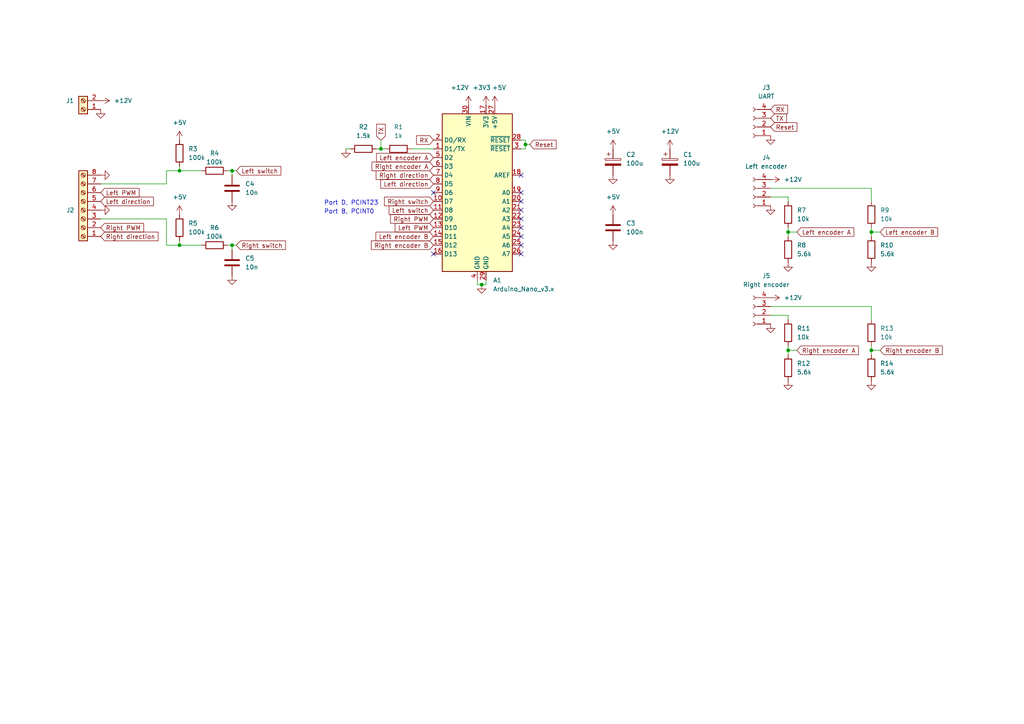
<source format=kicad_sch>
(kicad_sch (version 20211123) (generator eeschema)
  (paper "A4")
  (lib_symbols
    (symbol "Connector:Conn_01x04_Female" (pin_names (offset 1.016) hide)
      (property "Reference" "J" (at 0 5.08 0))
      (property "Value" "Conn_01x04_Female" (at 0 -7.62 0))
      (symbol "Conn_01x04_Female_1_1"
        (arc (start 0 -4.572) (mid -0.508 -5.08) (end 0 -5.588) (stroke (width 0.1524)))
        (arc (start 0 -2.032) (mid -0.508 -2.54) (end 0 -3.048) (stroke (width 0.1524)))
        (polyline (pts (xy -1.27 -5.08) (xy -0.508 -5.08)) (stroke (width 0.1524)))
        (polyline (pts (xy -1.27 -2.54) (xy -0.508 -2.54)) (stroke (width 0.1524)))
        (polyline (pts (xy -1.27 0) (xy -0.508 0)) (stroke (width 0.1524)))
        (polyline (pts (xy -1.27 2.54) (xy -0.508 2.54)) (stroke (width 0.1524)))
        (arc (start 0 0.508) (mid -0.508 0) (end 0 -0.508) (stroke (width 0.1524)))
        (arc (start 0 3.048) (mid -0.508 2.54) (end 0 2.032) (stroke (width 0.1524)))
        (pin passive line (at -5.08 2.54 0) (length 3.81) (name "Pin_1") (number "1"))
        (pin passive line (at -5.08 0 0) (length 3.81) (name "Pin_2") (number "2"))
        (pin passive line (at -5.08 -2.54 0) (length 3.81) (name "Pin_3") (number "3"))
        (pin passive line (at -5.08 -5.08 0) (length 3.81) (name "Pin_4") (number "4"))
      )
    )
    (symbol "Connector:Screw_Terminal_01x02" (pin_names (offset 1.016) hide)
      (property "Reference" "J" (at 0 2.54 0))
      (property "Value" "Screw_Terminal_01x02" (at 0 -5.08 0))
      (symbol "Screw_Terminal_01x02_1_1"
        (rectangle (start -1.27 1.27) (end 1.27 -3.81) (stroke (width 0.254)) (fill (type background)))
        (circle (center 0 -2.54) (radius 0.635) (stroke (width 0.1524)))
        (polyline (pts (xy -0.5334 -2.2098) (xy 0.3302 -3.048)) (stroke (width 0.1524)))
        (polyline (pts (xy -0.5334 0.3302) (xy 0.3302 -0.508)) (stroke (width 0.1524)))
        (polyline (pts (xy -0.3556 -2.032) (xy 0.508 -2.8702)) (stroke (width 0.1524)))
        (polyline (pts (xy -0.3556 0.508) (xy 0.508 -0.3302)) (stroke (width 0.1524)))
        (circle (center 0 0) (radius 0.635) (stroke (width 0.1524)))
        (pin passive line (at -5.08 0 0) (length 3.81) (name "Pin_1") (number "1"))
        (pin passive line (at -5.08 -2.54 0) (length 3.81) (name "Pin_2") (number "2"))
      )
    )
    (symbol "Connector:Screw_Terminal_01x08" (pin_names (offset 1.016) hide)
      (property "Reference" "J" (at 0 10.16 0))
      (property "Value" "Screw_Terminal_01x08" (at 0 -12.7 0))
      (symbol "Screw_Terminal_01x08_1_1"
        (rectangle (start -1.27 8.89) (end 1.27 -11.43) (stroke (width 0.254)) (fill (type background)))
        (circle (center 0 -10.16) (radius 0.635) (stroke (width 0.1524)))
        (circle (center 0 -7.62) (radius 0.635) (stroke (width 0.1524)))
        (circle (center 0 -5.08) (radius 0.635) (stroke (width 0.1524)))
        (circle (center 0 -2.54) (radius 0.635) (stroke (width 0.1524)))
        (polyline (pts (xy -0.5334 -9.8298) (xy 0.3302 -10.668)) (stroke (width 0.1524)))
        (polyline (pts (xy -0.5334 -7.2898) (xy 0.3302 -8.128)) (stroke (width 0.1524)))
        (polyline (pts (xy -0.5334 -4.7498) (xy 0.3302 -5.588)) (stroke (width 0.1524)))
        (polyline (pts (xy -0.5334 -2.2098) (xy 0.3302 -3.048)) (stroke (width 0.1524)))
        (polyline (pts (xy -0.5334 0.3302) (xy 0.3302 -0.508)) (stroke (width 0.1524)))
        (polyline (pts (xy -0.5334 2.8702) (xy 0.3302 2.032)) (stroke (width 0.1524)))
        (polyline (pts (xy -0.5334 5.4102) (xy 0.3302 4.572)) (stroke (width 0.1524)))
        (polyline (pts (xy -0.5334 7.9502) (xy 0.3302 7.112)) (stroke (width 0.1524)))
        (polyline (pts (xy -0.3556 -9.652) (xy 0.508 -10.4902)) (stroke (width 0.1524)))
        (polyline (pts (xy -0.3556 -7.112) (xy 0.508 -7.9502)) (stroke (width 0.1524)))
        (polyline (pts (xy -0.3556 -4.572) (xy 0.508 -5.4102)) (stroke (width 0.1524)))
        (polyline (pts (xy -0.3556 -2.032) (xy 0.508 -2.8702)) (stroke (width 0.1524)))
        (polyline (pts (xy -0.3556 0.508) (xy 0.508 -0.3302)) (stroke (width 0.1524)))
        (polyline (pts (xy -0.3556 3.048) (xy 0.508 2.2098)) (stroke (width 0.1524)))
        (polyline (pts (xy -0.3556 5.588) (xy 0.508 4.7498)) (stroke (width 0.1524)))
        (polyline (pts (xy -0.3556 8.128) (xy 0.508 7.2898)) (stroke (width 0.1524)))
        (circle (center 0 0) (radius 0.635) (stroke (width 0.1524)))
        (circle (center 0 2.54) (radius 0.635) (stroke (width 0.1524)))
        (circle (center 0 5.08) (radius 0.635) (stroke (width 0.1524)))
        (circle (center 0 7.62) (radius 0.635) (stroke (width 0.1524)))
        (pin passive line (at -5.08 7.62 0) (length 3.81) (name "Pin_1") (number "1"))
        (pin passive line (at -5.08 5.08 0) (length 3.81) (name "Pin_2") (number "2"))
        (pin passive line (at -5.08 2.54 0) (length 3.81) (name "Pin_3") (number "3"))
        (pin passive line (at -5.08 0 0) (length 3.81) (name "Pin_4") (number "4"))
        (pin passive line (at -5.08 -2.54 0) (length 3.81) (name "Pin_5") (number "5"))
        (pin passive line (at -5.08 -5.08 0) (length 3.81) (name "Pin_6") (number "6"))
        (pin passive line (at -5.08 -7.62 0) (length 3.81) (name "Pin_7") (number "7"))
        (pin passive line (at -5.08 -10.16 0) (length 3.81) (name "Pin_8") (number "8"))
      )
    )
    (symbol "Device:C" (pin_numbers hide) (pin_names (offset 0.254))
      (property "Reference" "C" (at 0.635 2.54 0))
      (property "Value" "C" (at 0.635 -2.54 0))
      (symbol "C_0_1"
        (polyline (pts (xy -2.032 -0.762) (xy 2.032 -0.762)) (stroke (width 0.508)))
        (polyline (pts (xy -2.032 0.762) (xy 2.032 0.762)) (stroke (width 0.508)))
      )
      (symbol "C_1_1"
        (pin passive line (at 0 3.81 270) (length 2.794) (name "~") (number "1"))
        (pin passive line (at 0 -3.81 90) (length 2.794) (name "~") (number "2"))
      )
    )
    (symbol "Device:C_Polarized" (pin_numbers hide) (pin_names (offset 0.254))
      (property "Reference" "C" (at 0.635 2.54 0))
      (property "Value" "C_Polarized" (at 0.635 -2.54 0))
      (symbol "C_Polarized_0_1"
        (rectangle (start -2.286 0.508) (end 2.286 1.016))
        (polyline (pts (xy -1.778 2.286) (xy -0.762 2.286)))
        (polyline (pts (xy -1.27 2.794) (xy -1.27 1.778)))
        (rectangle (start 2.286 -0.508) (end -2.286 -1.016) (fill (type outline)))
      )
      (symbol "C_Polarized_1_1"
        (pin passive line (at 0 3.81 270) (length 2.794) (name "~") (number "1"))
        (pin passive line (at 0 -3.81 90) (length 2.794) (name "~") (number "2"))
      )
    )
    (symbol "Device:R" (pin_numbers hide) (pin_names (offset 0))
      (property "Reference" "R" (at 2.032 0 90))
      (property "Value" "R" (at 0 0 90))
      (symbol "R_0_1"
        (rectangle (start -1.016 -2.54) (end 1.016 2.54) (stroke (width 0.254)))
      )
      (symbol "R_1_1"
        (pin passive line (at 0 3.81 270) (length 1.27) (name "~") (number "1"))
        (pin passive line (at 0 -3.81 90) (length 1.27) (name "~") (number "2"))
      )
    )
    (symbol "MCU_Module:Arduino_Nano_v3.x"
      (property "Reference" "A" (at -10.16 23.495 0))
      (property "Value" "Arduino_Nano_v3.x" (at 5.08 -24.13 0))
      (symbol "Arduino_Nano_v3.x_0_1"
        (rectangle (start -10.16 22.86) (end 10.16 -22.86) (stroke (width 0.254)) (fill (type background)))
      )
      (symbol "Arduino_Nano_v3.x_1_1"
        (pin bidirectional line (at -12.7 12.7 0) (length 2.54) (name "D1/TX") (number "1"))
        (pin bidirectional line (at -12.7 -2.54 0) (length 2.54) (name "D7") (number "10"))
        (pin bidirectional line (at -12.7 -5.08 0) (length 2.54) (name "D8") (number "11"))
        (pin bidirectional line (at -12.7 -7.62 0) (length 2.54) (name "D9") (number "12"))
        (pin bidirectional line (at -12.7 -10.16 0) (length 2.54) (name "D10") (number "13"))
        (pin bidirectional line (at -12.7 -12.7 0) (length 2.54) (name "D11") (number "14"))
        (pin bidirectional line (at -12.7 -15.24 0) (length 2.54) (name "D12") (number "15"))
        (pin bidirectional line (at -12.7 -17.78 0) (length 2.54) (name "D13") (number "16"))
        (pin power_out line (at 2.54 25.4 270) (length 2.54) (name "3V3") (number "17"))
        (pin input line (at 12.7 5.08 180) (length 2.54) (name "AREF") (number "18"))
        (pin bidirectional line (at 12.7 0 180) (length 2.54) (name "A0") (number "19"))
        (pin bidirectional line (at -12.7 15.24 0) (length 2.54) (name "D0/RX") (number "2"))
        (pin bidirectional line (at 12.7 -2.54 180) (length 2.54) (name "A1") (number "20"))
        (pin bidirectional line (at 12.7 -5.08 180) (length 2.54) (name "A2") (number "21"))
        (pin bidirectional line (at 12.7 -7.62 180) (length 2.54) (name "A3") (number "22"))
        (pin bidirectional line (at 12.7 -10.16 180) (length 2.54) (name "A4") (number "23"))
        (pin bidirectional line (at 12.7 -12.7 180) (length 2.54) (name "A5") (number "24"))
        (pin bidirectional line (at 12.7 -15.24 180) (length 2.54) (name "A6") (number "25"))
        (pin bidirectional line (at 12.7 -17.78 180) (length 2.54) (name "A7") (number "26"))
        (pin power_out line (at 5.08 25.4 270) (length 2.54) (name "+5V") (number "27"))
        (pin input line (at 12.7 15.24 180) (length 2.54) (name "~{RESET}") (number "28"))
        (pin power_in line (at 2.54 -25.4 90) (length 2.54) (name "GND") (number "29"))
        (pin input line (at 12.7 12.7 180) (length 2.54) (name "~{RESET}") (number "3"))
        (pin power_in line (at -2.54 25.4 270) (length 2.54) (name "VIN") (number "30"))
        (pin power_in line (at 0 -25.4 90) (length 2.54) (name "GND") (number "4"))
        (pin bidirectional line (at -12.7 10.16 0) (length 2.54) (name "D2") (number "5"))
        (pin bidirectional line (at -12.7 7.62 0) (length 2.54) (name "D3") (number "6"))
        (pin bidirectional line (at -12.7 5.08 0) (length 2.54) (name "D4") (number "7"))
        (pin bidirectional line (at -12.7 2.54 0) (length 2.54) (name "D5") (number "8"))
        (pin bidirectional line (at -12.7 0 0) (length 2.54) (name "D6") (number "9"))
      )
    )
    (symbol "power:+12V" (power) (pin_names (offset 0))
      (property "Value" "+12V" (at 0 3.556 0))
      (symbol "+12V_0_1"
        (polyline (pts (xy -0.762 1.27) (xy 0 2.54)))
        (polyline (pts (xy 0 0) (xy 0 2.54)))
        (polyline (pts (xy 0 2.54) (xy 0.762 1.27)))
      )
      (symbol "+12V_1_1"
        (pin power_in line (at 0 0 90) (length 0) hide (name "+12V") (number "1"))
      )
    )
    (symbol "power:+3.3V" (power) (pin_names (offset 0))
      (property "Value" "+3.3V" (at 0 3.556 0))
      (symbol "+3.3V_0_1"
        (polyline (pts (xy -0.762 1.27) (xy 0 2.54)))
        (polyline (pts (xy 0 0) (xy 0 2.54)))
        (polyline (pts (xy 0 2.54) (xy 0.762 1.27)))
      )
      (symbol "+3.3V_1_1"
        (pin power_in line (at 0 0 90) (length 0) hide (name "+3V3") (number "1"))
      )
    )
    (symbol "power:+5V" (power) (pin_names (offset 0))
      (property "Value" "+5V" (at 0 3.556 0))
      (symbol "+5V_0_1"
        (polyline (pts (xy -0.762 1.27) (xy 0 2.54)))
        (polyline (pts (xy 0 0) (xy 0 2.54)))
        (polyline (pts (xy 0 2.54) (xy 0.762 1.27)))
      )
      (symbol "+5V_1_1"
        (pin power_in line (at 0 0 90) (length 0) hide (name "+5V") (number "1"))
      )
    )
    (symbol "power:GND" (power) (pin_names (offset 0))
      (property "Value" "GND" (at 0 -3.81 0))
      (symbol "GND_0_1"
        (polyline (pts (xy 0 0) (xy 0 -1.27) (xy 1.27 -1.27) (xy 0 -2.54) (xy -1.27 -1.27) (xy 0 -1.27)))
      )
      (symbol "GND_1_1"
        (pin power_in line (at 0 0 270) (length 0) hide (name "GND") (number "1"))
      )
    )
  )
  (junction (at 67.31 71.12))
  (junction (at 110.49 43.18))
  (junction (at 252.73 67.31))
  (junction (at 228.6 101.6))
  (junction (at 228.6 67.31))
  (junction (at 152.4 41.91))
  (junction (at 67.31 49.53))
  (junction (at 252.73 101.6))
  (junction (at 52.07 49.53))
  (junction (at 139.7 82.55))
  (junction (at 52.07 71.12))
  (no_connect (at 151.13 50.8))
  (no_connect (at 151.13 68.58))
  (no_connect (at 151.13 66.04))
  (no_connect (at 151.13 71.12))
  (no_connect (at 151.13 73.66))
  (no_connect (at 151.13 55.88))
  (no_connect (at 151.13 63.5))
  (no_connect (at 151.13 58.42))
  (no_connect (at 151.13 60.96))
  (no_connect (at 125.73 55.88))
  (no_connect (at 125.73 73.66))
  (wire (pts (xy 228.6 101.6) (xy 228.6 100.33)))
  (wire (pts (xy 52.07 49.53) (xy 48.26 49.53)))
  (wire (pts (xy 29.21 63.5) (xy 48.26 63.5)))
  (wire (pts (xy 139.7 82.55) (xy 140.97 82.55)))
  (wire (pts (xy 67.31 49.53) (xy 68.58 49.53)))
  (wire (pts (xy 152.4 41.91) (xy 153.67 41.91)))
  (wire (pts (xy 110.49 43.18) (xy 111.76 43.18)))
  (wire (pts (xy 252.73 67.31) (xy 252.73 66.04)))
  (wire (pts (xy 48.26 71.12) (xy 52.07 71.12)))
  (wire (pts (xy 119.38 43.18) (xy 125.73 43.18)))
  (wire (pts (xy 252.73 67.31) (xy 255.27 67.31)))
  (wire (pts (xy 228.6 67.31) (xy 231.14 67.31)))
  (wire (pts (xy 52.07 69.85) (xy 52.07 71.12)))
  (wire (pts (xy 228.6 68.58) (xy 228.6 67.31)))
  (wire (pts (xy 252.73 68.58) (xy 252.73 67.31)))
  (wire (pts (xy 152.4 43.18) (xy 151.13 43.18)))
  (wire (pts (xy 140.97 82.55) (xy 140.97 81.28)))
  (wire (pts (xy 110.49 40.64) (xy 110.49 43.18)))
  (wire (pts (xy 139.7 82.55) (xy 138.43 82.55)))
  (wire (pts (xy 228.6 91.44) (xy 228.6 92.71)))
  (wire (pts (xy 48.26 49.53) (xy 48.26 53.34)))
  (wire (pts (xy 228.6 101.6) (xy 231.14 101.6)))
  (wire (pts (xy 252.73 88.9) (xy 223.52 88.9)))
  (wire (pts (xy 48.26 53.34) (xy 29.21 53.34)))
  (wire (pts (xy 100.33 43.18) (xy 101.6 43.18)))
  (wire (pts (xy 228.6 57.15) (xy 228.6 58.42)))
  (wire (pts (xy 223.52 91.44) (xy 228.6 91.44)))
  (wire (pts (xy 252.73 92.71) (xy 252.73 88.9)))
  (wire (pts (xy 151.13 40.64) (xy 152.4 40.64)))
  (wire (pts (xy 67.31 71.12) (xy 67.31 72.39)))
  (wire (pts (xy 152.4 41.91) (xy 152.4 43.18)))
  (wire (pts (xy 48.26 63.5) (xy 48.26 71.12)))
  (wire (pts (xy 228.6 67.31) (xy 228.6 66.04)))
  (wire (pts (xy 252.73 101.6) (xy 252.73 100.33)))
  (wire (pts (xy 67.31 49.53) (xy 67.31 50.8)))
  (wire (pts (xy 252.73 101.6) (xy 255.27 101.6)))
  (wire (pts (xy 252.73 102.87) (xy 252.73 101.6)))
  (wire (pts (xy 138.43 82.55) (xy 138.43 81.28)))
  (wire (pts (xy 228.6 102.87) (xy 228.6 101.6)))
  (wire (pts (xy 223.52 57.15) (xy 228.6 57.15)))
  (wire (pts (xy 110.49 43.18) (xy 109.22 43.18)))
  (wire (pts (xy 66.04 71.12) (xy 67.31 71.12)))
  (wire (pts (xy 252.73 54.61) (xy 223.52 54.61)))
  (wire (pts (xy 52.07 49.53) (xy 58.42 49.53)))
  (wire (pts (xy 52.07 48.26) (xy 52.07 49.53)))
  (wire (pts (xy 67.31 71.12) (xy 68.58 71.12)))
  (wire (pts (xy 152.4 40.64) (xy 152.4 41.91)))
  (wire (pts (xy 252.73 58.42) (xy 252.73 54.61)))
  (wire (pts (xy 52.07 71.12) (xy 58.42 71.12)))
  (wire (pts (xy 66.04 49.53) (xy 67.31 49.53)))
  (text "Port D, PCINT23" (at 93.98 59.69 0) (effects (font (size 1.27 1.27)) (justify left bottom)))
  (text "Port B, PCINT0" (at 93.98 62.23 0) (effects (font (size 1.27 1.27)) (justify left bottom)))
  (global_label "Right PWM" (shape input) (at 29.21 66.04 0) (property "Intersheet References" "${INTERSHEET_REFS}" (effects hide)))
  (global_label "Right encoder B" (shape input) (at 255.27 101.6 0) (property "Intersheet References" "${INTERSHEET_REFS}" (effects hide)))
  (global_label "Left encoder A" (shape input) (at 231.14 67.31 0) (property "Intersheet References" "${INTERSHEET_REFS}" (effects hide)))
  (global_label "Right switch" (shape input) (at 68.58 71.12 0) (property "Intersheet References" "${INTERSHEET_REFS}" (effects hide)))
  (global_label "Right encoder A" (shape input) (at 231.14 101.6 0) (property "Intersheet References" "${INTERSHEET_REFS}" (effects hide)))
  (global_label "Reset" (shape input) (at 153.67 41.91 0) (property "Intersheet References" "${INTERSHEET_REFS}" (effects hide)))
  (global_label "Left direction" (shape input) (at 29.21 58.42 0) (property "Intersheet References" "${INTERSHEET_REFS}" (effects hide)))
  (global_label "RX" (shape input) (at 223.52 31.75 0) (property "Intersheet References" "${INTERSHEET_REFS}" (effects hide)))
  (global_label "Left switch" (shape input) (at 68.58 49.53 0) (property "Intersheet References" "${INTERSHEET_REFS}" (effects hide)))
  (global_label "Right direction" (shape input) (at 125.73 50.8 180) (property "Intersheet References" "${INTERSHEET_REFS}" (effects hide)))
  (global_label "Reset" (shape input) (at 223.52 36.83 0) (property "Intersheet References" "${INTERSHEET_REFS}" (effects hide)))
  (global_label "Left encoder A" (shape input) (at 125.73 45.72 180) (property "Intersheet References" "${INTERSHEET_REFS}" (effects hide)))
  (global_label "TX" (shape input) (at 110.49 40.64 90) (property "Intersheet References" "${INTERSHEET_REFS}" (effects hide)))
  (global_label "Left direction" (shape input) (at 125.73 53.34 180) (property "Intersheet References" "${INTERSHEET_REFS}" (effects hide)))
  (global_label "Left encoder B" (shape input) (at 255.27 67.31 0) (property "Intersheet References" "${INTERSHEET_REFS}" (effects hide)))
  (global_label "Right encoder A" (shape input) (at 125.73 48.26 180) (property "Intersheet References" "${INTERSHEET_REFS}" (effects hide)))
  (global_label "Right PWM" (shape input) (at 125.73 63.5 180) (property "Intersheet References" "${INTERSHEET_REFS}" (effects hide)))
  (global_label "Right encoder B" (shape input) (at 125.73 71.12 180) (property "Intersheet References" "${INTERSHEET_REFS}" (effects hide)))
  (global_label "Right direction" (shape input) (at 29.21 68.58 0) (property "Intersheet References" "${INTERSHEET_REFS}" (effects hide)))
  (global_label "Left PWM" (shape input) (at 125.73 66.04 180) (property "Intersheet References" "${INTERSHEET_REFS}" (effects hide)))
  (global_label "TX" (shape input) (at 223.52 34.29 0) (property "Intersheet References" "${INTERSHEET_REFS}" (effects hide)))
  (global_label "Left switch" (shape input) (at 125.73 60.96 180) (property "Intersheet References" "${INTERSHEET_REFS}" (effects hide)))
  (global_label "Left encoder B" (shape input) (at 125.73 68.58 180) (property "Intersheet References" "${INTERSHEET_REFS}" (effects hide)))
  (global_label "Left PWM" (shape input) (at 29.21 55.88 0) (property "Intersheet References" "${INTERSHEET_REFS}" (effects hide)))
  (global_label "Right switch" (shape input) (at 125.73 58.42 180) (property "Intersheet References" "${INTERSHEET_REFS}" (effects hide)))
  (global_label "RX" (shape input) (at 125.73 40.64 180) (property "Intersheet References" "${INTERSHEET_REFS}" (effects hide)))
  (symbol (lib_id "Device:R") (at 115.57 43.18 90) (unit 1)
    (property "Reference" "R1" (at 115.57 36.83 90))
    (property "Value" "1k" (at 115.57 39.37 90))
  )
  (symbol (lib_id "power:+12V") (at 223.52 52.07 270) (unit 1)
    (property "Reference" "#PWR021" (effects hide))
    (property "Value" "+12V" (at 227.33 52.0699 90) (effects (justify left)))
  )
  (symbol (lib_id "MCU_Module:Arduino_Nano_v3.x") (at 138.43 55.88 0) (unit 1)
    (property "Reference" "A1" (at 142.9894 81.28 0) (effects (justify left)))
    (property "Value" "Arduino_Nano_v3.x" (at 142.9894 83.82 0) (effects (justify left)))
    (property "Footprint" "Module:Arduino_Nano" (effects hide))
    (property "Datasheet" "http://www.mouser.com/pdfdocs/Gravitech_Arduino_Nano3_0.pdf" (effects hide))
  )
  (symbol (lib_id "power:GND") (at 252.73 110.49 0) (unit 1)
    (property "Reference" "#PWR028" (effects hide))
    (property "Value" "GND" (effects hide))
  )
  (symbol (lib_id "Device:R") (at 62.23 49.53 270) (unit 1)
    (property "Reference" "R4" (at 62.23 44.45 90))
    (property "Value" "100k" (at 62.23 46.99 90))
  )
  (symbol (lib_id "power:+5V") (at 177.8 43.18 0) (unit 1)
    (property "Reference" "#PWR014" (effects hide))
    (property "Value" "+5V" (at 177.8 38.1 0))
  )
  (symbol (lib_id "power:GND") (at 177.8 50.8 0) (unit 1)
    (property "Reference" "#PWR015" (effects hide))
    (property "Value" "GND" (effects hide))
  )
  (symbol (lib_id "Device:C") (at 67.31 76.2 0) (unit 1)
    (property "Reference" "C5" (at 71.12 74.9299 0) (effects (justify left)))
    (property "Value" "10n" (at 71.12 77.4699 0) (effects (justify left)))
  )
  (symbol (lib_id "power:GND") (at 223.52 59.69 0) (unit 1)
    (property "Reference" "#PWR022" (effects hide))
    (property "Value" "GND" (effects hide))
  )
  (symbol (lib_id "Connector:Screw_Terminal_01x08") (at 24.13 60.96 180) (unit 1)
    (property "Reference" "J2" (at 21.59 60.9601 0) (effects (justify left)))
    (property "Value" "Screw_Terminal_01x08" (effects hide))
  )
  (symbol (lib_id "power:+3.3V") (at 140.97 30.48 0) (unit 1)
    (property "Reference" "#PWR012" (effects hide))
    (property "Value" "+3.3V" (at 139.7 25.4 0))
  )
  (symbol (lib_id "power:GND") (at 67.31 80.01 0) (unit 1)
    (property "Reference" "#PWR08" (effects hide))
    (property "Value" "GND" (effects hide))
  )
  (symbol (lib_id "power:GND") (at 228.6 76.2 0) (unit 1)
    (property "Reference" "#PWR025" (effects hide))
    (property "Value" "GND" (effects hide))
  )
  (symbol (lib_id "Device:R") (at 252.73 96.52 0) (unit 1)
    (property "Reference" "R13" (at 255.27 95.2499 0) (effects (justify left)))
    (property "Value" "10k" (at 255.27 97.7899 0) (effects (justify left)))
  )
  (symbol (lib_id "Device:R") (at 228.6 106.68 0) (unit 1)
    (property "Reference" "R12" (at 231.14 105.4099 0) (effects (justify left)))
    (property "Value" "5.6k" (at 231.14 107.9499 0) (effects (justify left)))
  )
  (symbol (lib_id "Device:R") (at 52.07 66.04 180) (unit 1)
    (property "Reference" "R5" (at 54.61 64.7699 0) (effects (justify right)))
    (property "Value" "100k" (at 54.61 67.3099 0) (effects (justify right)))
  )
  (symbol (lib_id "power:GND") (at 194.31 50.8 0) (unit 1)
    (property "Reference" "#PWR019" (effects hide))
    (property "Value" "GND" (effects hide))
  )
  (symbol (lib_id "power:GND") (at 139.7 82.55 0) (unit 1)
    (property "Reference" "#PWR011" (effects hide))
    (property "Value" "GND" (effects hide))
  )
  (symbol (lib_id "power:GND") (at 223.52 39.37 0) (unit 1)
    (property "Reference" "#PWR020" (effects hide))
    (property "Value" "GND" (effects hide))
  )
  (symbol (lib_id "Device:R") (at 105.41 43.18 90) (unit 1)
    (property "Reference" "R2" (at 105.41 36.83 90))
    (property "Value" "1.5k" (at 105.41 39.37 90))
  )
  (symbol (lib_id "Connector:Conn_01x04_Female") (at 218.44 36.83 180) (unit 1)
    (property "Reference" "J3" (at 222.25 25.4 0))
    (property "Value" "UART" (at 222.25 27.94 0))
  )
  (symbol (lib_id "power:GND") (at 67.31 58.42 0) (unit 1)
    (property "Reference" "#PWR07" (effects hide))
    (property "Value" "GND" (effects hide))
  )
  (symbol (lib_id "Device:R") (at 252.73 72.39 0) (unit 1)
    (property "Reference" "R10" (at 255.27 71.1199 0) (effects (justify left)))
    (property "Value" "5.6k" (at 255.27 73.6599 0) (effects (justify left)))
  )
  (symbol (lib_id "Device:C") (at 67.31 54.61 0) (unit 1)
    (property "Reference" "C4" (at 71.12 53.3399 0) (effects (justify left)))
    (property "Value" "10n" (at 71.12 55.8799 0) (effects (justify left)))
  )
  (symbol (lib_id "power:GND") (at 252.73 76.2 0) (unit 1)
    (property "Reference" "#PWR027" (effects hide))
    (property "Value" "GND" (effects hide))
  )
  (symbol (lib_id "power:+12V") (at 223.52 86.36 270) (unit 1)
    (property "Reference" "#PWR023" (effects hide))
    (property "Value" "+12V" (at 227.33 86.3599 90) (effects (justify left)))
  )
  (symbol (lib_id "Connector:Conn_01x04_Female") (at 218.44 91.44 180) (unit 1)
    (property "Reference" "J5" (at 222.25 80.01 0))
    (property "Value" "Right encoder" (at 222.25 82.55 0))
  )
  (symbol (lib_id "Device:C") (at 177.8 66.04 0) (unit 1)
    (property "Reference" "C3" (at 181.61 64.7699 0) (effects (justify left)))
    (property "Value" "100n" (at 181.61 67.3099 0) (effects (justify left)))
  )
  (symbol (lib_id "Device:C_Polarized") (at 177.8 46.99 0) (unit 1)
    (property "Reference" "C2" (at 181.61 44.8309 0) (effects (justify left)))
    (property "Value" "100u" (at 181.61 47.3709 0) (effects (justify left)))
  )
  (symbol (lib_id "power:+5V") (at 52.07 40.64 0) (unit 1)
    (property "Reference" "#PWR03" (effects hide))
    (property "Value" "+5V" (at 52.07 35.56 0))
  )
  (symbol (lib_id "Device:R") (at 62.23 71.12 270) (unit 1)
    (property "Reference" "R6" (at 62.23 66.04 90))
    (property "Value" "100k" (at 62.23 68.58 90))
  )
  (symbol (lib_id "Device:R") (at 228.6 96.52 0) (unit 1)
    (property "Reference" "R11" (at 231.14 95.2499 0) (effects (justify left)))
    (property "Value" "10k" (at 231.14 97.7899 0) (effects (justify left)))
  )
  (symbol (lib_id "power:+12V") (at 29.21 29.21 270) (unit 1)
    (property "Reference" "#PWR01" (effects hide))
    (property "Value" "+12V" (at 33.02 29.2099 90) (effects (justify left)))
  )
  (symbol (lib_id "power:GND") (at 29.21 60.96 90) (unit 1)
    (property "Reference" "#PWR06" (effects hide))
    (property "Value" "GND" (effects hide))
  )
  (symbol (lib_id "power:+12V") (at 194.31 43.18 0) (unit 1)
    (property "Reference" "#PWR018" (effects hide))
    (property "Value" "+12V" (at 194.31 38.1 0))
  )
  (symbol (lib_id "Device:R") (at 228.6 62.23 0) (unit 1)
    (property "Reference" "R7" (at 231.14 60.9599 0) (effects (justify left)))
    (property "Value" "10k" (at 231.14 63.4999 0) (effects (justify left)))
  )
  (symbol (lib_id "power:GND") (at 29.21 31.75 0) (unit 1)
    (property "Reference" "#PWR02" (effects hide))
    (property "Value" "GND" (effects hide))
  )
  (symbol (lib_id "Device:R") (at 252.73 106.68 0) (unit 1)
    (property "Reference" "R14" (at 255.27 105.4099 0) (effects (justify left)))
    (property "Value" "5.6k" (at 255.27 107.9499 0) (effects (justify left)))
  )
  (symbol (lib_id "Connector:Conn_01x04_Female") (at 218.44 57.15 180) (unit 1)
    (property "Reference" "J4" (at 222.25 45.72 0))
    (property "Value" "Left encoder" (at 222.25 48.26 0))
  )
  (symbol (lib_id "power:+5V") (at 143.51 30.48 0) (unit 1)
    (property "Reference" "#PWR013" (effects hide))
    (property "Value" "+5V" (at 144.78 25.4 0))
  )
  (symbol (lib_id "power:+5V") (at 177.8 62.23 0) (unit 1)
    (property "Reference" "#PWR016" (effects hide))
    (property "Value" "+5V" (at 177.8 57.15 0))
  )
  (symbol (lib_id "power:GND") (at 29.21 50.8 90) (unit 1)
    (property "Reference" "#PWR04" (effects hide))
    (property "Value" "GND" (effects hide))
  )
  (symbol (lib_id "power:+12V") (at 135.89 30.48 0) (unit 1)
    (property "Reference" "#PWR010" (effects hide))
    (property "Value" "+12V" (at 133.35 25.4 0))
  )
  (symbol (lib_id "Device:C_Polarized") (at 194.31 46.99 0) (unit 1)
    (property "Reference" "C1" (at 198.12 44.8309 0) (effects (justify left)))
    (property "Value" "100u" (at 198.12 47.3709 0) (effects (justify left)))
  )
  (symbol (lib_id "power:GND") (at 177.8 69.85 0) (unit 1)
    (property "Reference" "#PWR017" (effects hide))
    (property "Value" "GND" (effects hide))
  )
  (symbol (lib_id "Device:R") (at 252.73 62.23 0) (unit 1)
    (property "Reference" "R9" (at 255.27 60.9599 0) (effects (justify left)))
    (property "Value" "10k" (at 255.27 63.4999 0) (effects (justify left)))
  )
  (symbol (lib_id "power:GND") (at 100.33 43.18 0) (unit 1)
    (property "Reference" "#PWR09" (effects hide))
    (property "Value" "GND" (effects hide))
  )
  (symbol (lib_id "Device:R") (at 52.07 44.45 180) (unit 1)
    (property "Reference" "R3" (at 54.61 43.1799 0) (effects (justify right)))
    (property "Value" "100k" (at 54.61 45.7199 0) (effects (justify right)))
  )
  (symbol (lib_id "power:GND") (at 223.52 93.98 0) (unit 1)
    (property "Reference" "#PWR024" (effects hide))
    (property "Value" "GND" (effects hide))
  )
  (symbol (lib_id "Connector:Screw_Terminal_01x02") (at 24.13 31.75 180) (unit 1)
    (property "Reference" "J1" (at 20.32 29.21 0))
    (property "Value" "Screw_Terminal_01x02" (effects hide))
  )
  (symbol (lib_id "power:GND") (at 228.6 110.49 0) (unit 1)
    (property "Reference" "#PWR026" (effects hide))
    (property "Value" "GND" (effects hide))
  )
  (symbol (lib_id "Device:R") (at 228.6 72.39 0) (unit 1)
    (property "Reference" "R8" (at 231.14 71.1199 0) (effects (justify left)))
    (property "Value" "5.6k" (at 231.14 73.6599 0) (effects (justify left)))
  )
  (symbol (lib_id "power:+5V") (at 52.07 62.23 0) (unit 1)
    (property "Reference" "#PWR05" (effects hide))
    (property "Value" "+5V" (at 52.07 57.15 0))
  )
)
</source>
